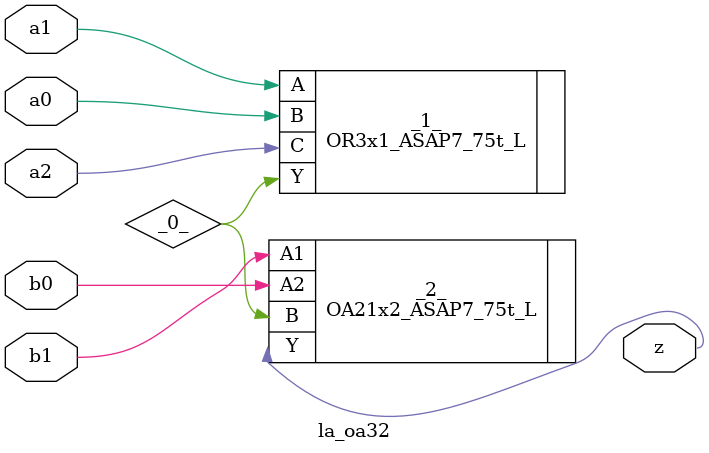
<source format=v>

/* Generated by Yosys 0.44 (git sha1 80ba43d26, g++ 11.4.0-1ubuntu1~22.04 -fPIC -O3) */

(* top =  1  *)
(* src = "inputs/la_oa32.v:10.1-23.10" *)
module la_oa32 (
    a0,
    a1,
    a2,
    b0,
    b1,
    z
);
  wire _0_;
  (* src = "inputs/la_oa32.v:13.12-13.14" *)
  input a0;
  wire a0;
  (* src = "inputs/la_oa32.v:14.12-14.14" *)
  input a1;
  wire a1;
  (* src = "inputs/la_oa32.v:15.12-15.14" *)
  input a2;
  wire a2;
  (* src = "inputs/la_oa32.v:16.12-16.14" *)
  input b0;
  wire b0;
  (* src = "inputs/la_oa32.v:17.12-17.14" *)
  input b1;
  wire b1;
  (* src = "inputs/la_oa32.v:18.12-18.13" *)
  output z;
  wire z;
  OR3x1_ASAP7_75t_L _1_ (
      .A(a1),
      .B(a0),
      .C(a2),
      .Y(_0_)
  );
  OA21x2_ASAP7_75t_L _2_ (
      .A1(b1),
      .A2(b0),
      .B (_0_),
      .Y (z)
  );
endmodule

</source>
